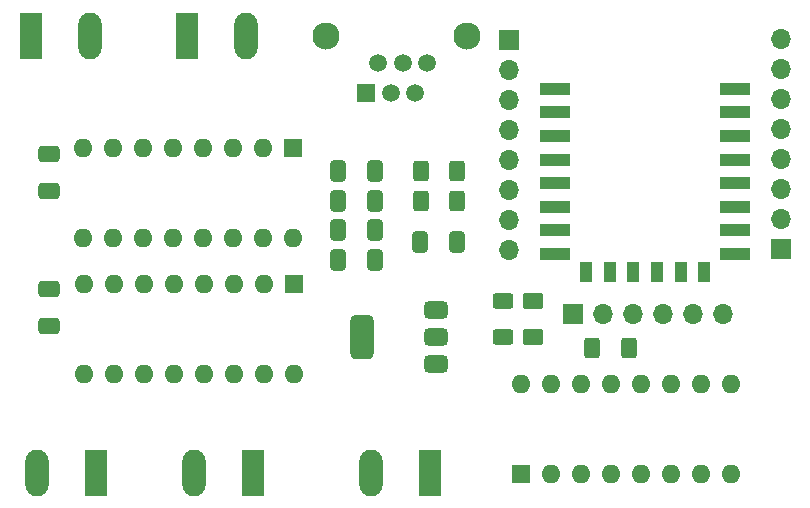
<source format=gbr>
%TF.GenerationSoftware,KiCad,Pcbnew,8.0.1*%
%TF.CreationDate,2024-04-08T22:20:49+02:00*%
%TF.ProjectId,driver,64726976-6572-42e6-9b69-6361645f7063,rev?*%
%TF.SameCoordinates,Original*%
%TF.FileFunction,Soldermask,Top*%
%TF.FilePolarity,Negative*%
%FSLAX46Y46*%
G04 Gerber Fmt 4.6, Leading zero omitted, Abs format (unit mm)*
G04 Created by KiCad (PCBNEW 8.0.1) date 2024-04-08 22:20:49*
%MOMM*%
%LPD*%
G01*
G04 APERTURE LIST*
G04 Aperture macros list*
%AMRoundRect*
0 Rectangle with rounded corners*
0 $1 Rounding radius*
0 $2 $3 $4 $5 $6 $7 $8 $9 X,Y pos of 4 corners*
0 Add a 4 corners polygon primitive as box body*
4,1,4,$2,$3,$4,$5,$6,$7,$8,$9,$2,$3,0*
0 Add four circle primitives for the rounded corners*
1,1,$1+$1,$2,$3*
1,1,$1+$1,$4,$5*
1,1,$1+$1,$6,$7*
1,1,$1+$1,$8,$9*
0 Add four rect primitives between the rounded corners*
20,1,$1+$1,$2,$3,$4,$5,0*
20,1,$1+$1,$4,$5,$6,$7,0*
20,1,$1+$1,$6,$7,$8,$9,0*
20,1,$1+$1,$8,$9,$2,$3,0*%
G04 Aperture macros list end*
%ADD10R,1.600000X1.600000*%
%ADD11O,1.600000X1.600000*%
%ADD12RoundRect,0.250000X-0.650000X0.412500X-0.650000X-0.412500X0.650000X-0.412500X0.650000X0.412500X0*%
%ADD13RoundRect,0.250000X0.412500X0.650000X-0.412500X0.650000X-0.412500X-0.650000X0.412500X-0.650000X0*%
%ADD14RoundRect,0.250000X-0.400000X-0.625000X0.400000X-0.625000X0.400000X0.625000X-0.400000X0.625000X0*%
%ADD15RoundRect,0.250000X-0.625000X0.400000X-0.625000X-0.400000X0.625000X-0.400000X0.625000X0.400000X0*%
%ADD16R,1.980000X3.960000*%
%ADD17O,1.980000X3.960000*%
%ADD18RoundRect,0.250000X0.400000X0.625000X-0.400000X0.625000X-0.400000X-0.625000X0.400000X-0.625000X0*%
%ADD19R,1.700000X1.700000*%
%ADD20O,1.700000X1.700000*%
%ADD21RoundRect,0.250001X0.624999X-0.462499X0.624999X0.462499X-0.624999X0.462499X-0.624999X-0.462499X0*%
%ADD22RoundRect,0.375000X0.625000X0.375000X-0.625000X0.375000X-0.625000X-0.375000X0.625000X-0.375000X0*%
%ADD23RoundRect,0.500000X0.500000X1.400000X-0.500000X1.400000X-0.500000X-1.400000X0.500000X-1.400000X0*%
%ADD24R,2.500000X1.000000*%
%ADD25R,1.000000X1.800000*%
%ADD26C,2.300000*%
%ADD27R,1.520000X1.520000*%
%ADD28C,1.520000*%
%ADD29RoundRect,0.250000X-0.412500X-0.650000X0.412500X-0.650000X0.412500X0.650000X-0.412500X0.650000X0*%
G04 APERTURE END LIST*
D10*
%TO.C,IC3*%
X92200000Y-55950000D03*
D11*
X89660000Y-55950000D03*
X87120000Y-55950000D03*
X84580000Y-55950000D03*
X82040000Y-55950000D03*
X79500000Y-55950000D03*
X76960000Y-55950000D03*
X74420000Y-55950000D03*
X74420000Y-63570000D03*
X76960000Y-63570000D03*
X79500000Y-63570000D03*
X82040000Y-63570000D03*
X84580000Y-63570000D03*
X87120000Y-63570000D03*
X89660000Y-63570000D03*
X92200000Y-63570000D03*
%TD*%
D12*
%TO.C,C5*%
X71500000Y-56450000D03*
X71500000Y-59575000D03*
%TD*%
D13*
%TO.C,C3*%
X99156250Y-57950000D03*
X96031250Y-57950000D03*
%TD*%
D14*
%TO.C,R4*%
X103000000Y-60450000D03*
X106100000Y-60450000D03*
%TD*%
D15*
%TO.C,R2*%
X110000000Y-68900000D03*
X110000000Y-72000000D03*
%TD*%
D16*
%TO.C,M1*%
X83235000Y-46450000D03*
D17*
X88235000Y-46450000D03*
%TD*%
D16*
%TO.C,BAT*%
X103765000Y-83450000D03*
D17*
X98765000Y-83450000D03*
%TD*%
D18*
%TO.C,R1*%
X120600000Y-72950000D03*
X117500000Y-72950000D03*
%TD*%
D10*
%TO.C,IC2*%
X111460000Y-83570000D03*
D11*
X114000000Y-83570000D03*
X116540000Y-83570000D03*
X119080000Y-83570000D03*
X121620000Y-83570000D03*
X124160000Y-83570000D03*
X126700000Y-83570000D03*
X129240000Y-83570000D03*
X129240000Y-75950000D03*
X126700000Y-75950000D03*
X124160000Y-75950000D03*
X121620000Y-75950000D03*
X119080000Y-75950000D03*
X116540000Y-75950000D03*
X114000000Y-75950000D03*
X111460000Y-75950000D03*
%TD*%
D19*
%TO.C,J9*%
X115880000Y-70010000D03*
D20*
X118420000Y-70010000D03*
X120960000Y-70010000D03*
X123500000Y-70010000D03*
X126040000Y-70010000D03*
X128580000Y-70010000D03*
%TD*%
D21*
%TO.C,D1*%
X112500000Y-71937500D03*
X112500000Y-68962500D03*
%TD*%
D22*
%TO.C,U5*%
X104300000Y-74250000D03*
X104300000Y-71950000D03*
D23*
X98000000Y-71950000D03*
D22*
X104300000Y-69650000D03*
%TD*%
D19*
%TO.C,J7*%
X110500000Y-46830000D03*
D20*
X110500000Y-49370000D03*
X110500000Y-51910000D03*
X110500000Y-54450000D03*
X110500000Y-56990000D03*
X110500000Y-59530000D03*
X110500000Y-62070000D03*
X110500000Y-64610000D03*
%TD*%
D13*
%TO.C,C2*%
X99093750Y-62950000D03*
X95968750Y-62950000D03*
%TD*%
D24*
%TO.C,IC1*%
X114400000Y-50950000D03*
X114400000Y-52950000D03*
X114400000Y-54950000D03*
X114400000Y-56950000D03*
X114400000Y-58950000D03*
X114400000Y-60950000D03*
X114400000Y-62950000D03*
X114400000Y-64950000D03*
D25*
X117000000Y-66450000D03*
X119000000Y-66450000D03*
X121000000Y-66450000D03*
X123000000Y-66450000D03*
X125000000Y-66450000D03*
X127000000Y-66450000D03*
D24*
X129600000Y-64950000D03*
X129600000Y-62950000D03*
X129600000Y-60950000D03*
X129600000Y-58950000D03*
X129600000Y-56950000D03*
X129600000Y-54950000D03*
X129600000Y-52950000D03*
X129600000Y-50950000D03*
%TD*%
D12*
%TO.C,C6*%
X71500000Y-67950000D03*
X71500000Y-71075000D03*
%TD*%
D10*
%TO.C,IC4*%
X92240000Y-67450000D03*
D11*
X89700000Y-67450000D03*
X87160000Y-67450000D03*
X84620000Y-67450000D03*
X82080000Y-67450000D03*
X79540000Y-67450000D03*
X77000000Y-67450000D03*
X74460000Y-67450000D03*
X74460000Y-75070000D03*
X77000000Y-75070000D03*
X79540000Y-75070000D03*
X82080000Y-75070000D03*
X84620000Y-75070000D03*
X87160000Y-75070000D03*
X89700000Y-75070000D03*
X92240000Y-75070000D03*
%TD*%
D16*
%TO.C,M3*%
X75500000Y-83450000D03*
D17*
X70500000Y-83450000D03*
%TD*%
D26*
%TO.C,6P6C*%
X106950000Y-46450000D03*
X94950000Y-46450000D03*
D27*
X98400000Y-51290000D03*
D28*
X99420000Y-48750000D03*
X100440000Y-51290000D03*
X101460000Y-48750000D03*
X102480000Y-51290000D03*
X103500000Y-48750000D03*
%TD*%
D13*
%TO.C,C7*%
X106062500Y-63950000D03*
X102937500Y-63950000D03*
%TD*%
D29*
%TO.C,C1*%
X95968750Y-60450000D03*
X99093750Y-60450000D03*
%TD*%
D19*
%TO.C,J8*%
X133500000Y-64530000D03*
D20*
X133500000Y-61990000D03*
X133500000Y-59450000D03*
X133500000Y-56910000D03*
X133500000Y-54370000D03*
X133500000Y-51830000D03*
X133500000Y-49290000D03*
X133500000Y-46750000D03*
%TD*%
D16*
%TO.C,M2*%
X70000000Y-46450000D03*
D17*
X75000000Y-46450000D03*
%TD*%
D16*
%TO.C,M4*%
X88765000Y-83450000D03*
D17*
X83765000Y-83450000D03*
%TD*%
D14*
%TO.C,R3*%
X103000000Y-57950000D03*
X106100000Y-57950000D03*
%TD*%
D29*
%TO.C,C4*%
X95968750Y-65450000D03*
X99093750Y-65450000D03*
%TD*%
M02*

</source>
